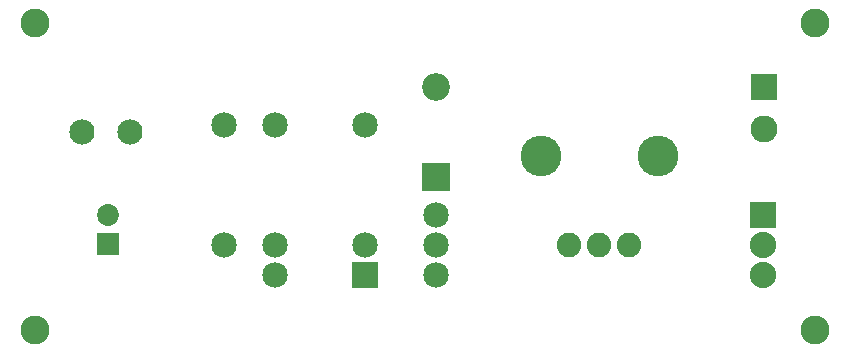
<source format=gbs>
G04 MADE WITH FRITZING*
G04 WWW.FRITZING.ORG*
G04 DOUBLE SIDED*
G04 HOLES PLATED*
G04 CONTOUR ON CENTER OF CONTOUR VECTOR*
%ASAXBY*%
%FSLAX23Y23*%
%MOIN*%
%OFA0B0*%
%SFA1.0B1.0*%
%ADD10C,0.085000*%
%ADD11C,0.081889*%
%ADD12C,0.081917*%
%ADD13C,0.134033*%
%ADD14C,0.088000*%
%ADD15C,0.092000*%
%ADD16C,0.072992*%
%ADD17C,0.084000*%
%ADD18C,0.090000*%
%ADD19C,0.096614*%
%ADD20C,0.135984*%
%ADD21R,0.088000X0.088000*%
%ADD22R,0.092000X0.092000*%
%ADD23R,0.085000X0.085000*%
%ADD24R,0.072992X0.072992*%
%ADD25R,0.090000X0.090000*%
%LNMASK0*%
G90*
G70*
G54D10*
X708Y762D03*
X708Y362D03*
G54D11*
X1860Y362D03*
X1960Y362D03*
G54D12*
X2060Y362D03*
G54D13*
X1766Y658D03*
X2154Y658D03*
G54D14*
X2507Y462D03*
X2507Y362D03*
X2507Y262D03*
G54D10*
X1414Y461D03*
X1414Y361D03*
X1414Y261D03*
G54D15*
X1416Y589D03*
X1416Y887D03*
G54D10*
X1180Y261D03*
X1180Y361D03*
X1180Y761D03*
X880Y761D03*
X880Y361D03*
X880Y261D03*
G54D16*
X322Y364D03*
X322Y462D03*
G54D17*
X237Y738D03*
X394Y738D03*
G54D18*
X2508Y887D03*
X2508Y749D03*
G54D19*
X78Y1103D03*
X78Y78D03*
X2678Y78D03*
X2678Y1103D03*
G54D20*
X1764Y659D03*
X2154Y659D03*
G54D21*
X2507Y462D03*
G54D22*
X1416Y588D03*
G54D23*
X1180Y261D03*
G54D24*
X322Y364D03*
G54D25*
X2508Y887D03*
G04 End of Mask0*
M02*
</source>
